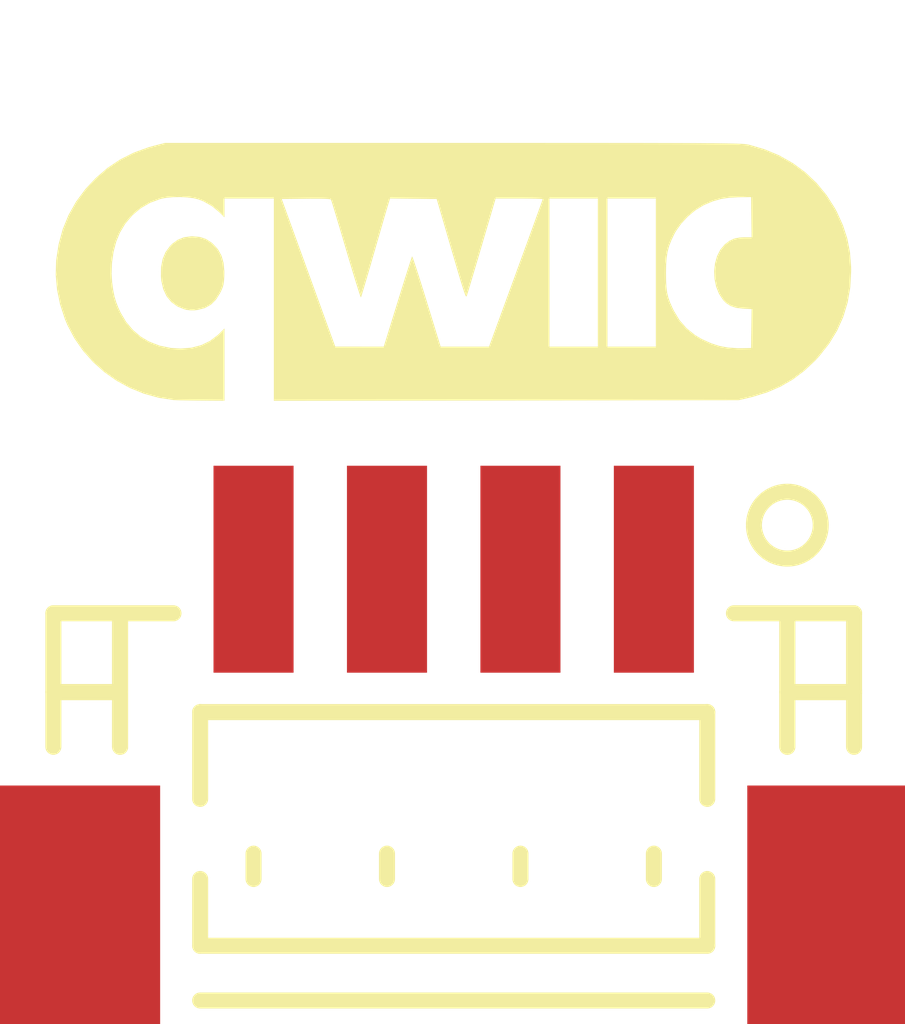
<source format=kicad_pcb>
(kicad_pcb (version 20241229) (generator "pcbnew") (generator_version "9.0")
  (layers (0 "F.Cu" signal) (2 "B.Cu" signal) (13 "F.Paste" user) (15 "B.Paste" user) (5 "F.SilkS" user "F.Silkscreen") (7 "B.SilkS" user "B.Silkscreen") (1 "F.Mask" user) (3 "B.Mask" user) (25 "Edge.Cuts" user))
  (net 0 "")
  (net 1 "line")
  (net 2 "hv")
  (net 3 "gnd")
  (net 4 "line-1")
  (footprint "JST_Sales_America_BM04B_SRSS_TB_LF__SN:CONN-SMD_BM04B-SRSS-TB" (layer "F.Cu") (at 0 0 180)
    (property "Reference" "CN1" (hide yes))
    (property "Value" "")
    (fp_line (start -3 -0.07) (end -3 0.93) (stroke (width 0.12)) (layer "F.SilkS"))
    (fp_line (start -3 0.34) (end -2.5 0.34) (stroke (width 0.12)) (layer "F.SilkS"))
    (fp_line (start -3 0.93) (end -2.1 0.93) (stroke (width 0.12)) (layer "F.SilkS"))
    (fp_line (start -2.5 -0.07) (end -2.5 0.93) (stroke (width 0.12)) (layer "F.SilkS"))
    (fp_line (start -2.5 0.34) (end -3 0.34) (stroke (width 0.12)) (layer "F.SilkS"))
    (fp_line (start -2.5 0.93) (end -2.5 -0.07) (stroke (width 0.12)) (layer "F.SilkS"))
    (fp_line (start -1.9 -1.97) (end 1.9 -1.97) (stroke (width 0.12)) (layer "F.SilkS"))
    (fp_line (start -1.9 -1.56) (end 1.9 -1.56) (stroke (width 0.12)) (layer "F.SilkS"))
    (fp_line (start -1.9 -1.06) (end -1.9 -1.56) (stroke (width 0.12)) (layer "F.SilkS"))
    (fp_line (start -1.9 -0.46) (end -1.9 0.19) (stroke (width 0.12)) (layer "F.SilkS"))
    (fp_line (start -1.9 0.19) (end 1.9 0.19) (stroke (width 0.12)) (layer "F.SilkS"))
    (fp_line (start -1.5 -1.06) (end -1.5 -0.87) (stroke (width 0.12)) (layer "F.SilkS"))
    (fp_line (start -0.5 -1.06) (end -0.5 -0.87) (stroke (width 0.12)) (layer "F.SilkS"))
    (fp_line (start 0.5 -1.06) (end 0.5 -0.87) (stroke (width 0.12)) (layer "F.SilkS"))
    (fp_line (start 1.5 -1.06) (end 1.5 -0.87) (stroke (width 0.12)) (layer "F.SilkS"))
    (fp_line (start 1.9 -1.56) (end 1.9 -1.06) (stroke (width 0.12)) (layer "F.SilkS"))
    (fp_line (start 1.9 0.19) (end 1.9 -0.46) (stroke (width 0.12)) (layer "F.SilkS"))
    (fp_line (start 2.5 -0.07) (end 2.5 0.93) (stroke (width 0.12)) (layer "F.SilkS"))
    (fp_line (start 2.5 0.34) (end 3 0.34) (stroke (width 0.12)) (layer "F.SilkS"))
    (fp_line (start 2.5 0.93) (end 2.5 -0.07) (stroke (width 0.12)) (layer "F.SilkS"))
    (fp_line (start 3 -0.07) (end 3 0.93) (stroke (width 0.12)) (layer "F.SilkS"))
    (fp_line (start 3 0.34) (end 2.5 0.34) (stroke (width 0.12)) (layer "F.SilkS"))
    (fp_line (start 3 0.93) (end 2.1 0.93) (stroke (width 0.12)) (layer "F.SilkS"))
    (fp_arc (start -2.25 1.6) (mid -2.7502 1.589997) (end -2.25 1.580005) (stroke (width 0.12)) (layer "F.SilkS"))
    (pad "0" smd rect (at -2.8 -1.26 180) (size 1.2 1.8) (layers "F.Cu" "F.Mask" "F.Paste") (net 3 "gnd"))
    (pad "0" smd rect (at 2.8 -1.26 180) (size 1.2 1.8) (layers "F.Cu" "F.Mask" "F.Paste") (net 3 "gnd"))
    (pad "1" smd rect (at -1.5 1.26 180) (size 0.6 1.55) (layers "F.Cu" "F.Mask" "F.Paste") (net 3 "gnd"))
    (pad "2" smd rect (at -0.5 1.26 180) (size 0.6 1.55) (layers "F.Cu" "F.Mask" "F.Paste") (net 2 "hv"))
    (pad "3" smd rect (at 0.5 1.26 180) (size 0.6 1.55) (layers "F.Cu" "F.Mask" "F.Paste") (net 4 "line-1"))
    (pad "4" smd rect (at 1.5 1.26 180) (size 0.6 1.55) (layers "F.Cu" "F.Mask" "F.Paste") (net 1 "line"))
  )
  (footprint "Sparkfun_QWIIC_Logo:qwiic_6mm" (layer "F.Cu") (at 0 -3.5 0)
    (property "Reference" "U1" (hide yes))
    (property "Value" "" (hide yes))
    (fp_poly (pts (xy -1.902806 -0.248875) (xy -1.856762 -0.233731) (xy -1.815003 -0.206919) (xy -1.804092 -0.197588) (xy -1.766771 -0.156406) (xy -1.74039 -0.109139) (xy -1.72445 -0.054339) (xy -1.718451 0.009444) (xy -1.719201 0.048743) (xy -1.721578 0.083431) (xy -1.725379 0.109249) (xy -1.732046 0.131823) (xy -1.74302 0.156775) (xy -1.75094 0.172625) (xy -1.782016 0.22198) (xy -1.819124 0.258683) (xy -1.863745 0.283718) (xy -1.917361 0.298064) (xy -1.945137 0.30132) (xy -1.975076 0.301103) (xy -2.005924 0.297071) (xy -2.01512 0.294878) (xy -2.070517 0.272512) (xy -2.116026 0.239656) (xy -2.151421 0.196623) (xy -2.176477 0.143725) (xy -2.190967 0.081275) (xy -2.194166 0.04683) (xy -2.193058 -0.022883) (xy -2.181619 -0.083244) (xy -2.159409 -0.135494) (xy -2.125991 -0.180873) (xy -2.107235 -0.199333) (xy -2.066209 -0.228872) (xy -2.020834 -0.246551) (xy -1.968094 -0.253454) (xy -1.956634 -0.253638)) (fill yes) (layer "F.SilkS"))
    (fp_poly (pts (xy 0.206135 -0.952951) (xy 0.401898 -0.952942) (xy 0.584163 -0.952924) (xy 0.753426 -0.952894) (xy 0.910186 -0.952847) (xy 1.054939 -0.952783) (xy 1.188184 -0.952696) (xy 1.310418 -0.952585) (xy 1.422138 -0.952447) (xy 1.523842 -0.952277) (xy 1.616028 -0.952074) (xy 1.699192 -0.951833) (xy 1.773833 -0.951553) (xy 1.840448 -0.95123) (xy 1.899534 -0.950861) (xy 1.951589 -0.950443) (xy 1.99711 -0.949973) (xy 2.036595 -0.949448) (xy 2.070542 -0.948864) (xy 2.099447 -0.948219) (xy 2.123809 -0.94751) (xy 2.144124 -0.946734) (xy 2.160891 -0.945887) (xy 2.174607 -0.944967) (xy 2.185769 -0.94397) (xy 2.194875 -0.942894) (xy 2.202422 -0.941736) (xy 2.208908 -0.940492) (xy 2.213894 -0.93938) (xy 2.33165 -0.904853) (xy 2.441749 -0.858406) (xy 2.543627 -0.800468) (xy 2.636722 -0.731471) (xy 2.720471 -0.651846) (xy 2.794312 -0.562024) (xy 2.857681 -0.462435) (xy 2.872101 -0.43552) (xy 2.917389 -0.335673) (xy 2.949676 -0.235611) (xy 2.969665 -0.132404) (xy 2.97806 -0.023125) (xy 2.97843 0.006919) (xy 2.971927 0.12736) (xy 2.952332 0.241641) (xy 2.919515 0.350081) (xy 2.873348 0.453004) (xy 2.813702 0.550729) (xy 2.740448 0.643579) (xy 2.709151 0.67751) (xy 2.627244 0.754579) (xy 2.54077 0.819425) (xy 2.44798 0.873018) (xy 2.347125 0.916333) (xy 2.236455 0.950342) (xy 2.204466 0.9581) (xy 2.134179 0.974264) (xy 0.393138 0.976435) (xy -1.347903 0.978605) (xy -1.347903 0.221171) (xy -1.347903 -0.532639) (xy -1.288524 -0.532639) (xy -1.088128 0.019804) (xy -0.887732 0.572247) (xy -0.706079 0.572372) (xy -0.524425 0.572496) (xy -0.420546 0.237332) (xy -0.399752 0.170443) (xy -0.380151 0.107775) (xy -0.362177 0.050692) (xy -0.346266 0.000556) (xy -0.332851 -0.041271) (xy -0.322367 -0.073425) (xy -0.315249 -0.094545) (xy -0.311932 -0.103268) (xy -0.311855 -0.103376) (xy -0.308853 -0.097778) (xy -0.302073 -0.079605) (xy -0.291939 -0.050152) (xy -0.278875 -0.010717) (xy -0.263303 0.037405) (xy -0.245647 0.092917) (xy -0.226329 0.154523) (xy -0.205774 0.220927) (xy -0.202438 0.231779) (xy -0.097832 0.572479) (xy 0.083382 0.572488) (xy 0.264596 0.572496) (xy 0.46565 0.0228) (xy 0.49683 -0.062505) (xy 0.52653 -0.143871) (xy 0.554378 -0.220273) (xy 0.580003 -0.290686) (xy 0.603033 -0.354085) (xy 0.623096 -0.409446) (xy 0.639819 -0.455742) (xy 0.652833 -0.491949) (xy 0.661764 -0.517041) (xy 0.666241 -0.529994) (xy 0.666704 -0.531579) (xy 0.659786 -0.532877) (xy 0.640341 -0.534036) (xy 0.610339 -0.535005) (xy 0.571746 -0.535732) (xy 0.526531 -0.536164) (xy 0.49053 -0.536263) (xy 0.717432 -0.536263) (xy 0.717432 0.018117) (xy 0.717432 0.572496) (xy 0.898602 0.572496) (xy 1.079771 0.572496) (xy 1.079771 0.018117) (xy 1.079771 -0.536263) (xy 1.152239 -0.536263) (xy 1.152239 0.018117) (xy 1.152239 0.572496) (xy 1.333409 0.572496) (xy 1.514579 0.572496) (xy 1.514579 0.02174) (xy 1.59069 0.02174) (xy 1.591393 0.079784) (xy 1.593983 0.127015) (xy 1.599217 0.167066) (xy 1.607853 0.203574) (xy 1.620646 0.240174) (xy 1.638355 0.280502) (xy 1.649278 0.30318) (xy 1.691844 0.373782) (xy 1.745409 0.435117) (xy 1.809278 0.48648) (xy 1.859096 0.515793) (xy 1.925752 0.54639) (xy 1.989246 0.567294) (xy 2.054356 0.579597) (xy 2.125861 0.584389) (xy 2.159543 0.584416) (xy 2.228388 0.583367) (xy 2.230347 0.437513) (xy 2.232306 0.291659) (xy 2.168243 0.288596) (xy 2.116448 0.282435) (xy 2.074766 0.268642) (xy 2.040293 0.24596) (xy 2.018593 0.22376) (xy 1.987826 0.177273) (xy 1.966467 0.123934) (xy 1.954438 0.066362) (xy 1.951658 0.007178) (xy 1.958047 -0.050999) (xy 1.973525 -0.105548) (xy 1.998014 -0.15385) (xy 2.031288 -0.193154) (xy 2.066495 -0.220203) (xy 2.102597 -0.236867) (xy 2.14428 -0.244866) (xy 2.175995 -0.246232) (xy 2.232305 -0.246391) (xy 2.230346 -0.396762) (xy 2.228388 -0.547133) (xy 2.137803 -0.545968) (xy 2.065673 -0.542294) (xy 2.002321 -0.532535) (xy 1.942908 -0.515571) (xy 1.882595 -0.490284) (xy 1.869672 -0.483966) (xy 1.811431 -0.448388) (xy 1.755579 -0.402167) (xy 1.705703 -0.348839) (xy 1.665392 -0.291943) (xy 1.653952 -0.271345) (xy 1.631152 -0.223882) (xy 1.614334 -0.180614) (xy 1.602689 -0.137789) (xy 1.595407 -0.091655) (xy 1.591678 -0.038463) (xy 1.59069 0.02174) (xy 1.514579 0.02174) (xy 1.514579 0.018117) (xy 1.514579 -0.536263) (xy 1.333409 -0.536263) (xy 1.152239 -0.536263) (xy 1.079771 -0.536263) (xy 0.898602 -0.536263) (xy 0.717432 -0.536263) (xy 0.49053 -0.536263) (xy 0.314356 -0.536263) (xy 0.210543 -0.182981) (xy 0.190081 -0.113493) (xy 0.17063 -0.047704) (xy 0.152611 0.01297) (xy 0.136449 0.067118) (xy 0.122567 0.113326) (xy 0.111388 0.150181) (xy 0.103335 0.176269) (xy 0.098833 0.190179) (xy 0.098351 0.191487) (xy 0.096745 0.19511) (xy 0.095014 0.197192) (xy 0.0929 0.196919) (xy 0.090145 0.193474) (xy 0.086491 0.186044) (xy 0.081682 0.173813) (xy 0.075458 0.155966) (xy 0.067562 0.131689) (xy 0.057736 0.100165) (xy 0.045723 0.06058) (xy 0.031264 0.01212) (xy 0.014102 -0.046032) (xy -0.006022 -0.114689) (xy -0.029364 -0.194667) (xy -0.056184 -0.286781) (xy -0.086738 -0.391846) (xy -0.092907 -0.413067) (xy -0.127669 -0.532639) (xy -0.302501 -0.534579) (xy -0.477333 -0.536518) (xy -0.495397 -0.476604) (xy -0.501254 -0.456856) (xy -0.51059 -0.424967) (xy -0.522888 -0.382726) (xy -0.537628 -0.331925) (xy -0.55429 -0.274353) (xy -0.572357 -0.211801) (xy -0.591309 -0.146058) (xy -0.602061 -0.108702) (xy -0.620612 -0.044454) (xy -0.638054 0.015495) (xy -0.653959 0.069708) (xy -0.6679 0.116749) (xy -0.67945 0.155181) (xy -0.688179 0.183569) (xy -0.693662 0.200474) (xy -0.695348 0.204719) (xy -0.698222 0.199033) (xy -0.704746 0.180689) (xy -0.714529 0.150948) (xy -0.727177 0.111071) (xy -0.742297 0.062317) (xy -0.759496 0.005947) (xy -0.77838 -0.056779) (xy -0.798558 -0.1246) (xy -0.807603 -0.155248) (xy -0.828298 -0.225388) (xy -0.847869 -0.291404) (xy -0.865917 -0.351973) (xy -0.882042 -0.405773) (xy -0.895848 -0.451483) (xy -0.906936 -0.487781) (xy -0.914907 -0.513343) (xy -0.919364 -0.526849) (xy -0.920075 -0.528582) (xy -0.927808 -0.531295) (xy -0.947562 -0.533253) (xy -0.979904 -0.534476) (xy -1.025402 -0.534981) (xy -1.084627 -0.534787) (xy -1.106751 -0.534578) (xy -1.288524 -0.532639) (xy -1.347903 -0.532639) (xy -1.347903 -0.536263) (xy -1.532696 -0.536263) (xy -1.71749 -0.536263) (xy -1.71749 -0.465854) (xy -1.71749 -0.395445) (xy -1.755535 -0.432534) (xy -1.81209 -0.479331) (xy -1.874773 -0.514503) (xy -1.913153 -0.529721) (xy -1.950489 -0.538885) (xy -1.997523 -0.544745) (xy -2.049828 -0.547238) (xy -2.102976 -0.546303) (xy -2.152538 -0.54188) (xy -2.194088 -0.533906) (xy -2.19515 -0.533616) (xy -2.274067 -0.50455) (xy -2.345181 -0.463428) (xy -2.407804 -0.410819) (xy -2.46125 -0.347296) (xy -2.502075 -0.279001) (xy -2.529325 -0.211845) (xy -2.549107 -0.135815) (xy -2.56081 -0.054808) (xy -2.563822 0.027281) (xy -2.559826 0.088839) (xy -2.551967 0.147097) (xy -2.542201 0.195841) (xy -2.529136 0.240038) (xy -2.511382 0.284657) (xy -2.495391 0.318859) (xy -2.454431 0.387623) (xy -2.403451 0.448075) (xy -2.34426 0.49838) (xy -2.282739 0.534777) (xy -2.203727 0.565209) (xy -2.120632 0.582436) (xy -2.045423 0.58699) (xy -1.966008 0.58065) (xy -1.893247 0.561747) (xy -1.827605 0.530458) (xy -1.769544 0.486959) (xy -1.760408 0.478311) (xy -1.71749 0.436316) (xy -1.71749 0.707316) (xy -1.71749 0.978317) (xy -1.893224 0.977098) (xy -1.944022 0.976647) (xy -1.99153 0.976037) (xy -2.033322 0.975316) (xy -2.06697 0.974529) (xy -2.090047 0.973722) (xy -2.097946 0.973235) (xy -2.211945 0.955854) (xy -2.322136 0.925344) (xy -2.42742 0.882521) (xy -2.526699 0.828204) (xy -2.618875 0.763209) (xy -2.702848 0.688354) (xy -2.777521 0.604455) (xy -2.841794 0.512331) (xy -2.89457 0.412797) (xy -2.914216 0.365963) (xy -2.949754 0.256486) (xy -2.972671 0.14553) (xy -2.982642 0.035269) (xy -2.97938 -0.071762) (xy -2.96131 -0.192076) (xy -2.930542 -0.305439) (xy -2.886956 -0.412099) (xy -2.830435 -0.512304) (xy -2.760859 -0.606301) (xy -2.683006 -0.689646) (xy -2.594812 -0.765518) (xy -2.50038 -0.828811) (xy -2.398617 -0.880126) (xy -2.288427 -0.920068) (xy -2.241244 -0.933122) (xy -2.163167 -0.952953) (xy -0.003624 -0.952953)) (fill yes) (layer "F.SilkS"))
  )
)
</source>
